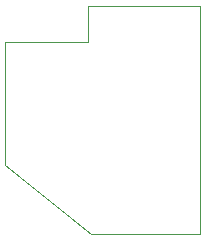
<source format=gbr>
%TF.GenerationSoftware,KiCad,Pcbnew,(7.0.0)*%
%TF.CreationDate,2023-05-27T11:23:17+01:00*%
%TF.ProjectId,FF_Filter_PCB,46465f46-696c-4746-9572-5f5043422e6b,rev?*%
%TF.SameCoordinates,Original*%
%TF.FileFunction,Profile,NP*%
%FSLAX46Y46*%
G04 Gerber Fmt 4.6, Leading zero omitted, Abs format (unit mm)*
G04 Created by KiCad (PCBNEW (7.0.0)) date 2023-05-27 11:23:17*
%MOMM*%
%LPD*%
G01*
G04 APERTURE LIST*
%TA.AperFunction,Profile*%
%ADD10C,0.100000*%
%TD*%
G04 APERTURE END LIST*
D10*
X85500000Y-64750000D02*
X76250000Y-64750000D01*
X69000000Y-58900000D01*
X69000000Y-48500000D01*
X76000000Y-48500000D01*
X76000000Y-45500000D01*
X85500000Y-45500000D01*
X85500000Y-64750000D01*
M02*

</source>
